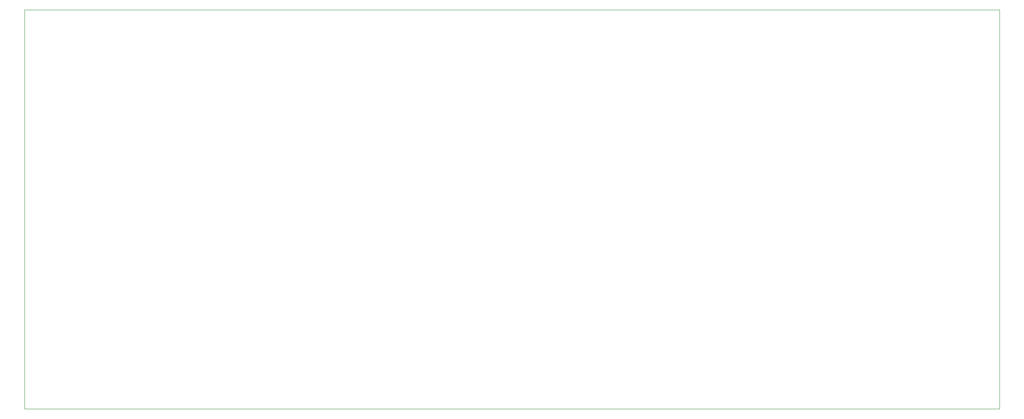
<source format=gbr>
%TF.GenerationSoftware,KiCad,Pcbnew,(5.1.10-1-10_14)*%
%TF.CreationDate,2021-10-11T00:48:47-04:00*%
%TF.ProjectId,backplane,6261636b-706c-4616-9e65-2e6b69636164,rev?*%
%TF.SameCoordinates,Original*%
%TF.FileFunction,Profile,NP*%
%FSLAX46Y46*%
G04 Gerber Fmt 4.6, Leading zero omitted, Abs format (unit mm)*
G04 Created by KiCad (PCBNEW (5.1.10-1-10_14)) date 2021-10-11 00:48:47*
%MOMM*%
%LPD*%
G01*
G04 APERTURE LIST*
%TA.AperFunction,Profile*%
%ADD10C,0.050000*%
%TD*%
G04 APERTURE END LIST*
D10*
X51470000Y-141224000D02*
X51470000Y-58420000D01*
X51470000Y-58420000D02*
X54356000Y-58420000D01*
X54356000Y-141224000D02*
X51470000Y-141224000D01*
X54356000Y-141224000D02*
X60706000Y-141224000D01*
X54356000Y-58420000D02*
X60706000Y-58420000D01*
X253746000Y-141224000D02*
X250444000Y-141224000D01*
X250444000Y-58420000D02*
X253746000Y-58420000D01*
X250444000Y-141224000D02*
X60706000Y-141224000D01*
X253746000Y-58420000D02*
X253746000Y-141224000D01*
X60706000Y-58420000D02*
X250444000Y-58420000D01*
M02*

</source>
